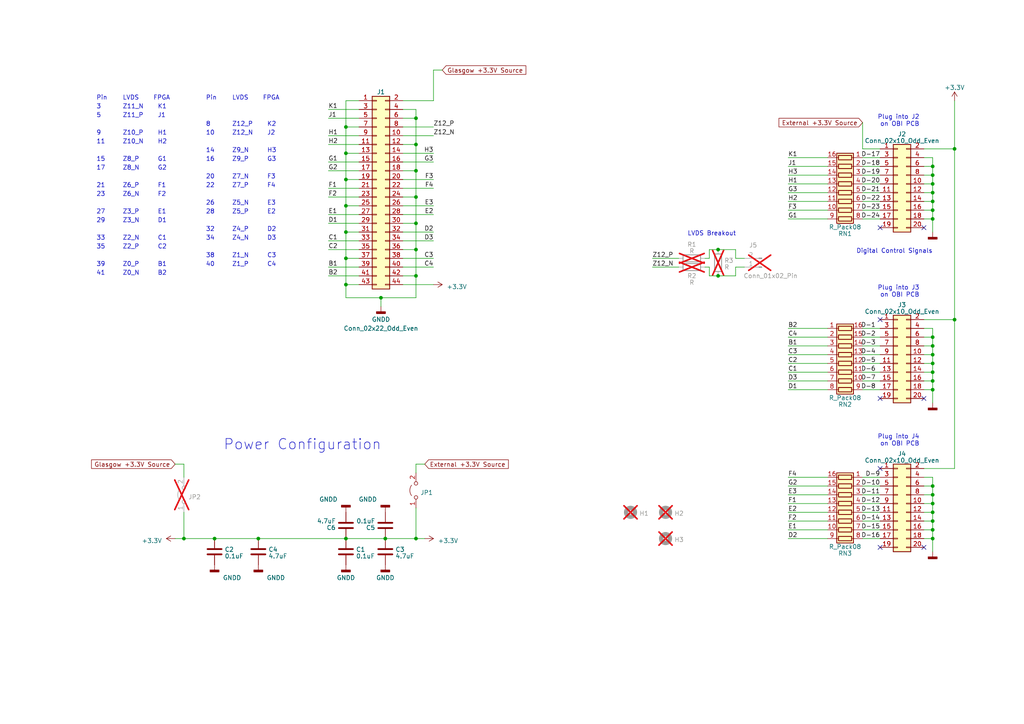
<source format=kicad_sch>
(kicad_sch (version 20231120) (generator "eeschema") (generator_version "8.0")
  (paper "A4")
  (lib_symbols
    (symbol "Connector:Conn_01x02_Pin" (pin_names (offset 1.016) hide)
      (property "Reference" "J" (at 0 2.54 0))
      (property "Value" "Conn_01x02_Pin" (at 0 -5.08 0))
      (symbol "Conn_01x02_Pin_1_1"
        (polyline (pts (xy 1.27 -2.54) (xy 0.8636 -2.54)) (stroke (width 0.1524)))
        (polyline (pts (xy 1.27 0) (xy 0.8636 0)) (stroke (width 0.1524)))
        (rectangle (start 0.8636 -2.413) (end 0 -2.667) (stroke (width 0.1524)) (fill (type outline)))
        (rectangle (start 0.8636 0.127) (end 0 -0.127) (stroke (width 0.1524)) (fill (type outline)))
        (pin passive line (at 5.08 0 180) (length 3.81) (name "Pin_1") (number "1"))
        (pin passive line (at 5.08 -2.54 180) (length 3.81) (name "Pin_2") (number "2"))
      )
    )
    (symbol "Connector_Generic:Conn_02x10_Odd_Even" (pin_names (offset 1.016) hide)
      (property "Reference" "J" (at 1.27 12.7 0))
      (property "Value" "Conn_02x10_Odd_Even" (at 1.27 -15.24 0))
      (symbol "Conn_02x10_Odd_Even_1_1"
        (rectangle (start -1.27 -12.573) (end 0 -12.827) (stroke (width 0.1524)))
        (rectangle (start -1.27 -10.033) (end 0 -10.287) (stroke (width 0.1524)))
        (rectangle (start -1.27 -7.493) (end 0 -7.747) (stroke (width 0.1524)))
        (rectangle (start -1.27 -4.953) (end 0 -5.207) (stroke (width 0.1524)))
        (rectangle (start -1.27 -2.413) (end 0 -2.667) (stroke (width 0.1524)))
        (rectangle (start -1.27 0.127) (end 0 -0.127) (stroke (width 0.1524)))
        (rectangle (start -1.27 2.667) (end 0 2.413) (stroke (width 0.1524)))
        (rectangle (start -1.27 5.207) (end 0 4.953) (stroke (width 0.1524)))
        (rectangle (start -1.27 7.747) (end 0 7.493) (stroke (width 0.1524)))
        (rectangle (start -1.27 10.287) (end 0 10.033) (stroke (width 0.1524)))
        (rectangle (start -1.27 11.43) (end 3.81 -13.97) (stroke (width 0.254)) (fill (type background)))
        (rectangle (start 3.81 -12.573) (end 2.54 -12.827) (stroke (width 0.1524)))
        (rectangle (start 3.81 -10.033) (end 2.54 -10.287) (stroke (width 0.1524)))
        (rectangle (start 3.81 -7.493) (end 2.54 -7.747) (stroke (width 0.1524)))
        (rectangle (start 3.81 -4.953) (end 2.54 -5.207) (stroke (width 0.1524)))
        (rectangle (start 3.81 -2.413) (end 2.54 -2.667) (stroke (width 0.1524)))
        (rectangle (start 3.81 0.127) (end 2.54 -0.127) (stroke (width 0.1524)))
        (rectangle (start 3.81 2.667) (end 2.54 2.413) (stroke (width 0.1524)))
        (rectangle (start 3.81 5.207) (end 2.54 4.953) (stroke (width 0.1524)))
        (rectangle (start 3.81 7.747) (end 2.54 7.493) (stroke (width 0.1524)))
        (rectangle (start 3.81 10.287) (end 2.54 10.033) (stroke (width 0.1524)))
        (pin passive line (at -5.08 10.16 0) (length 3.81) (name "Pin_1") (number "1"))
        (pin passive line (at 7.62 0 180) (length 3.81) (name "Pin_10") (number "10"))
        (pin passive line (at -5.08 -2.54 0) (length 3.81) (name "Pin_11") (number "11"))
        (pin passive line (at 7.62 -2.54 180) (length 3.81) (name "Pin_12") (number "12"))
        (pin passive line (at -5.08 -5.08 0) (length 3.81) (name "Pin_13") (number "13"))
        (pin passive line (at 7.62 -5.08 180) (length 3.81) (name "Pin_14") (number "14"))
        (pin passive line (at -5.08 -7.62 0) (length 3.81) (name "Pin_15") (number "15"))
        (pin passive line (at 7.62 -7.62 180) (length 3.81) (name "Pin_16") (number "16"))
        (pin passive line (at -5.08 -10.16 0) (length 3.81) (name "Pin_17") (number "17"))
        (pin passive line (at 7.62 -10.16 180) (length 3.81) (name "Pin_18") (number "18"))
        (pin passive line (at -5.08 -12.7 0) (length 3.81) (name "Pin_19") (number "19"))
        (pin passive line (at 7.62 10.16 180) (length 3.81) (name "Pin_2") (number "2"))
        (pin passive line (at 7.62 -12.7 180) (length 3.81) (name "Pin_20") (number "20"))
        (pin passive line (at -5.08 7.62 0) (length 3.81) (name "Pin_3") (number "3"))
        (pin passive line (at 7.62 7.62 180) (length 3.81) (name "Pin_4") (number "4"))
        (pin passive line (at -5.08 5.08 0) (length 3.81) (name "Pin_5") (number "5"))
        (pin passive line (at 7.62 5.08 180) (length 3.81) (name "Pin_6") (number "6"))
        (pin passive line (at -5.08 2.54 0) (length 3.81) (name "Pin_7") (number "7"))
        (pin passive line (at 7.62 2.54 180) (length 3.81) (name "Pin_8") (number "8"))
        (pin passive line (at -5.08 0 0) (length 3.81) (name "Pin_9") (number "9"))
      )
    )
    (symbol "Connector_Generic:Conn_02x22_Odd_Even" (pin_names (offset 1.016) hide)
      (property "Reference" "J" (at 1.27 27.94 0))
      (property "Value" "Conn_02x22_Odd_Even" (at 1.27 -30.48 0))
      (symbol "Conn_02x22_Odd_Even_1_1"
        (rectangle (start -1.27 -27.813) (end 0 -28.067) (stroke (width 0.1524)))
        (rectangle (start -1.27 -25.273) (end 0 -25.527) (stroke (width 0.1524)))
        (rectangle (start -1.27 -22.733) (end 0 -22.987) (stroke (width 0.1524)))
        (rectangle (start -1.27 -20.193) (end 0 -20.447) (stroke (width 0.1524)))
        (rectangle (start -1.27 -17.653) (end 0 -17.907) (stroke (width 0.1524)))
        (rectangle (start -1.27 -15.113) (end 0 -15.367) (stroke (width 0.1524)))
        (rectangle (start -1.27 -12.573) (end 0 -12.827) (stroke (width 0.1524)))
        (rectangle (start -1.27 -10.033) (end 0 -10.287) (stroke (width 0.1524)))
        (rectangle (start -1.27 -7.493) (end 0 -7.747) (stroke (width 0.1524)))
        (rectangle (start -1.27 -4.953) (end 0 -5.207) (stroke (width 0.1524)))
        (rectangle (start -1.27 -2.413) (end 0 -2.667) (stroke (width 0.1524)))
        (rectangle (start -1.27 0.127) (end 0 -0.127) (stroke (width 0.1524)))
        (rectangle (start -1.27 2.667) (end 0 2.413) (stroke (width 0.1524)))
        (rectangle (start -1.27 5.207) (end 0 4.953) (stroke (width 0.1524)))
        (rectangle (start -1.27 7.747) (end 0 7.493) (stroke (width 0.1524)))
        (rectangle (start -1.27 10.287) (end 0 10.033) (stroke (width 0.1524)))
        (rectangle (start -1.27 12.827) (end 0 12.573) (stroke (width 0.1524)))
        (rectangle (start -1.27 15.367) (end 0 15.113) (stroke (width 0.1524)))
        (rectangle (start -1.27 17.907) (end 0 17.653) (stroke (width 0.1524)))
        (rectangle (start -1.27 20.447) (end 0 20.193) (stroke (width 0.1524)))
        (rectangle (start -1.27 22.987) (end 0 22.733) (stroke (width 0.1524)))
        (rectangle (start -1.27 25.527) (end 0 25.273) (stroke (width 0.1524)))
        (rectangle (start -1.27 26.67) (end 3.81 -29.21) (stroke (width 0.254)) (fill (type background)))
        (rectangle (start 3.81 -27.813) (end 2.54 -28.067) (stroke (width 0.1524)))
        (rectangle (start 3.81 -25.273) (end 2.54 -25.527) (stroke (width 0.1524)))
        (rectangle (start 3.81 -22.733) (end 2.54 -22.987) (stroke (width 0.1524)))
        (rectangle (start 3.81 -20.193) (end 2.54 -20.447) (stroke (width 0.1524)))
        (rectangle (start 3.81 -17.653) (end 2.54 -17.907) (stroke (width 0.1524)))
        (rectangle (start 3.81 -15.113) (end 2.54 -15.367) (stroke (width 0.1524)))
        (rectangle (start 3.81 -12.573) (end 2.54 -12.827) (stroke (width 0.1524)))
        (rectangle (start 3.81 -10.033) (end 2.54 -10.287) (stroke (width 0.1524)))
        (rectangle (start 3.81 -7.493) (end 2.54 -7.747) (stroke (width 0.1524)))
        (rectangle (start 3.81 -4.953) (end 2.54 -5.207) (stroke (width 0.1524)))
        (rectangle (start 3.81 -2.413) (end 2.54 -2.667) (stroke (width 0.1524)))
        (rectangle (start 3.81 0.127) (end 2.54 -0.127) (stroke (width 0.1524)))
        (rectangle (start 3.81 2.667) (end 2.54 2.413) (stroke (width 0.1524)))
        (rectangle (start 3.81 5.207) (end 2.54 4.953) (stroke (width 0.1524)))
        (rectangle (start 3.81 7.747) (end 2.54 7.493) (stroke (width 0.1524)))
        (rectangle (start 3.81 10.287) (end 2.54 10.033) (stroke (width 0.1524)))
        (rectangle (start 3.81 12.827) (end 2.54 12.573) (stroke (width 0.1524)))
        (rectangle (start 3.81 15.367) (end 2.54 15.113) (stroke (width 0.1524)))
        (rectangle (start 3.81 17.907) (end 2.54 17.653) (stroke (width 0.1524)))
        (rectangle (start 3.81 20.447) (end 2.54 20.193) (stroke (width 0.1524)))
        (rectangle (start 3.81 22.987) (end 2.54 22.733) (stroke (width 0.1524)))
        (rectangle (start 3.81 25.527) (end 2.54 25.273) (stroke (width 0.1524)))
        (pin passive line (at -5.08 25.4 0) (length 3.81) (name "Pin_1") (number "1"))
        (pin passive line (at 7.62 15.24 180) (length 3.81) (name "Pin_10") (number "10"))
        (pin passive line (at -5.08 12.7 0) (length 3.81) (name "Pin_11") (number "11"))
        (pin passive line (at 7.62 12.7 180) (length 3.81) (name "Pin_12") (number "12"))
        (pin passive line (at -5.08 10.16 0) (length 3.81) (name "Pin_13") (number "13"))
        (pin passive line (at 7.62 10.16 180) (length 3.81) (name "Pin_14") (number "14"))
        (pin passive line (at -5.08 7.62 0) (length 3.81) (name "Pin_15") (number "15"))
        (pin passive line (at 7.62 7.62 180) (length 3.81) (name "Pin_16") (number "16"))
        (pin passive line (at -5.08 5.08 0) (length 3.81) (name "Pin_17") (number "17"))
        (pin passive line (at 7.62 5.08 180) (length 3.81) (name "Pin_18") (number "18"))
        (pin passive line (at -5.08 2.54 0) (length 3.81) (name "Pin_19") (number "19"))
        (pin passive line (at 7.62 25.4 180) (length 3.81) (name "Pin_2") (number "2"))
        (pin passive line (at 7.62 2.54 180) (length 3.81) (name "Pin_20") (number "20"))
        (pin passive line (at -5.08 0 0) (length 3.81) (name "Pin_21") (number "21"))
        (pin passive line (at 7.62 0 180) (length 3.81) (name "Pin_22") (number "22"))
        (pin passive line (at -5.08 -2.54 0) (length 3.81) (name "Pin_23") (number "23"))
        (pin passive line (at 7.62 -2.54 180) (length 3.81) (name "Pin_24") (number "24"))
        (pin passive line (at -5.08 -5.08 0) (length 3.81) (name "Pin_25") (number "25"))
        (pin passive line (at 7.62 -5.08 180) (length 3.81) (name "Pin_26") (number "26"))
        (pin passive line (at -5.08 -7.62 0) (length 3.81) (name "Pin_27") (number "27"))
        (pin passive line (at 7.62 -7.62 180) (length 3.81) (name "Pin_28") (number "28"))
        (pin passive line (at -5.08 -10.16 0) (length 3.81) (name "Pin_29") (number "29"))
        (pin passive line (at -5.08 22.86 0) (length 3.81) (name "Pin_3") (number "3"))
        (pin passive line (at 7.62 -10.16 180) (length 3.81) (name "Pin_30") (number "30"))
        (pin passive line (at -5.08 -12.7 0) (length 3.81) (name "Pin_31") (number "31"))
        (pin passive line (at 7.62 -12.7 180) (length 3.81) (name "Pin_32") (number "32"))
        (pin passive line (at -5.08 -15.24 0) (length 3.81) (name "Pin_33") (number "33"))
        (pin passive line (at 7.62 -15.24 180) (length 3.81) (name "Pin_34") (number "34"))
        (pin passive line (at -5.08 -17.78 0) (length 3.81) (name "Pin_35") (number "35"))
        (pin passive line (at 7.62 -17.78 180) (length 3.81) (name "Pin_36") (number "36"))
        (pin passive line (at -5.08 -20.32 0) (length 3.81) (name "Pin_37") (number "37"))
        (pin passive line (at 7.62 -20.32 180) (length 3.81) (name "Pin_38") (number "38"))
        (pin passive line (at -5.08 -22.86 0) (length 3.81) (name "Pin_39") (number "39"))
        (pin passive line (at 7.62 22.86 180) (length 3.81) (name "Pin_4") (number "4"))
        (pin passive line (at 7.62 -22.86 180) (length 3.81) (name "Pin_40") (number "40"))
        (pin passive line (at -5.08 -25.4 0) (length 3.81) (name "Pin_41") (number "41"))
        (pin passive line (at 7.62 -25.4 180) (length 3.81) (name "Pin_42") (number "42"))
        (pin passive line (at -5.08 -27.94 0) (length 3.81) (name "Pin_43") (number "43"))
        (pin passive line (at 7.62 -27.94 180) (length 3.81) (name "Pin_44") (number "44"))
        (pin passive line (at -5.08 20.32 0) (length 3.81) (name "Pin_5") (number "5"))
        (pin passive line (at 7.62 20.32 180) (length 3.81) (name "Pin_6") (number "6"))
        (pin passive line (at -5.08 17.78 0) (length 3.81) (name "Pin_7") (number "7"))
        (pin passive line (at 7.62 17.78 180) (length 3.81) (name "Pin_8") (number "8"))
        (pin passive line (at -5.08 15.24 0) (length 3.81) (name "Pin_9") (number "9"))
      )
    )
    (symbol "Device:C" (pin_numbers hide) (pin_names (offset 0.254))
      (property "Reference" "C" (at 0.635 2.54 0))
      (property "Value" "C" (at 0.635 -2.54 0))
      (symbol "C_0_1"
        (polyline (pts (xy -2.032 -0.762) (xy 2.032 -0.762)) (stroke (width 0.508)))
        (polyline (pts (xy -2.032 0.762) (xy 2.032 0.762)) (stroke (width 0.508)))
      )
      (symbol "C_1_1"
        (pin passive line (at 0 3.81 270) (length 2.794) (name "~") (number "1"))
        (pin passive line (at 0 -3.81 90) (length 2.794) (name "~") (number "2"))
      )
    )
    (symbol "Device:R" (pin_numbers hide) (pin_names (offset 0))
      (property "Reference" "R" (at 2.032 0 90))
      (property "Value" "R" (at 0 0 90))
      (symbol "R_0_1"
        (rectangle (start -1.016 -2.54) (end 1.016 2.54) (stroke (width 0.254)))
      )
      (symbol "R_1_1"
        (pin passive line (at 0 3.81 270) (length 1.27) (name "~") (number "1"))
        (pin passive line (at 0 -3.81 90) (length 1.27) (name "~") (number "2"))
      )
    )
    (symbol "Device:R_Pack08" (pin_names (offset 0) hide)
      (property "Reference" "RN" (at -12.7 0 90))
      (property "Value" "R_Pack08" (at 10.16 0 90))
      (symbol "R_Pack08_0_1"
        (rectangle (start -11.43 -2.413) (end 8.89 2.413) (stroke (width 0.254)) (fill (type background)))
        (rectangle (start -10.795 1.905) (end -9.525 -1.905) (stroke (width 0.254)))
        (rectangle (start -8.255 1.905) (end -6.985 -1.905) (stroke (width 0.254)))
        (rectangle (start -5.715 1.905) (end -4.445 -1.905) (stroke (width 0.254)))
        (rectangle (start -3.175 1.905) (end -1.905 -1.905) (stroke (width 0.254)))
        (rectangle (start -0.635 1.905) (end 0.635 -1.905) (stroke (width 0.254)))
        (polyline (pts (xy -10.16 -2.54) (xy -10.16 -1.905)))
        (polyline (pts (xy -10.16 1.905) (xy -10.16 2.54)))
        (polyline (pts (xy -7.62 -2.54) (xy -7.62 -1.905)))
        (polyline (pts (xy -7.62 1.905) (xy -7.62 2.54)))
        (polyline (pts (xy -5.08 -2.54) (xy -5.08 -1.905)))
        (polyline (pts (xy -5.08 1.905) (xy -5.08 2.54)))
        (polyline (pts (xy -2.54 -2.54) (xy -2.54 -1.905)))
        (polyline (pts (xy -2.54 1.905) (xy -2.54 2.54)))
        (polyline (pts (xy 0 -2.54) (xy 0 -1.905)))
        (polyline (pts (xy 0 1.905) (xy 0 2.54)))
        (polyline (pts (xy 2.54 -2.54) (xy 2.54 -1.905)))
        (polyline (pts (xy 2.54 1.905) (xy 2.54 2.54)))
        (polyline (pts (xy 5.08 -2.54) (xy 5.08 -1.905)))
        (polyline (pts (xy 5.08 1.905) (xy 5.08 2.54)))
        (polyline (pts (xy 7.62 -2.54) (xy 7.62 -1.905)))
        (polyline (pts (xy 7.62 1.905) (xy 7.62 2.54)))
        (rectangle (start 1.905 1.905) (end 3.175 -1.905) (stroke (width 0.254)))
        (rectangle (start 4.445 1.905) (end 5.715 -1.905) (stroke (width 0.254)))
        (rectangle (start 6.985 1.905) (end 8.255 -1.905) (stroke (width 0.254)))
      )
      (symbol "R_Pack08_1_1"
        (pin passive line (at -10.16 -5.08 90) (length 2.54) (name "R1.1") (number "1"))
        (pin passive line (at 5.08 5.08 270) (length 2.54) (name "R7.2") (number "10"))
        (pin passive line (at 2.54 5.08 270) (length 2.54) (name "R6.2") (number "11"))
        (pin passive line (at 0 5.08 270) (length 2.54) (name "R5.2") (number "12"))
        (pin passive line (at -2.54 5.08 270) (length 2.54) (name "R4.2") (number "13"))
        (pin passive line (at -5.08 5.08 270) (length 2.54) (name "R3.2") (number "14"))
        (pin passive line (at -7.62 5.08 270) (length 2.54) (name "R2.2") (number "15"))
        (pin passive line (at -10.16 5.08 270) (length 2.54) (name "R1.2") (number "16"))
        (pin passive line (at -7.62 -5.08 90) (length 2.54) (name "R2.1") (number "2"))
        (pin passive line (at -5.08 -5.08 90) (length 2.54) (name "R3.1") (number "3"))
        (pin passive line (at -2.54 -5.08 90) (length 2.54) (name "R4.1") (number "4"))
        (pin passive line (at 0 -5.08 90) (length 2.54) (name "R5.1") (number "5"))
        (pin passive line (at 2.54 -5.08 90) (length 2.54) (name "R6.1") (number "6"))
        (pin passive line (at 5.08 -5.08 90) (length 2.54) (name "R7.1") (number "7"))
        (pin passive line (at 7.62 -5.08 90) (length 2.54) (name "R8.1") (number "8"))
        (pin passive line (at 7.62 5.08 270) (length 2.54) (name "R8.2") (number "9"))
      )
    )
    (symbol "Jumper:Jumper_2_Open" (pin_names (offset 0) hide)
      (property "Reference" "JP" (at 0 2.794 0))
      (property "Value" "Jumper_2_Open" (at 0 -2.286 0))
      (symbol "Jumper_2_Open_0_0"
        (circle (center -2.032 0) (radius 0.508))
        (circle (center 2.032 0) (radius 0.508))
      )
      (symbol "Jumper_2_Open_0_1"
        (arc (start 1.524 1.27) (mid 0 1.778) (end -1.524 1.27))
      )
      (symbol "Jumper_2_Open_1_1"
        (pin passive line (at -5.08 0 0) (length 2.54) (name "A") (number "1"))
        (pin passive line (at 5.08 0 180) (length 2.54) (name "B") (number "2"))
      )
    )
    (symbol "Mechanical:MountingHole" (pin_names (offset 1.016))
      (property "Reference" "H" (at 0 5.08 0))
      (property "Value" "MountingHole" (at 0 3.175 0))
      (symbol "MountingHole_0_1"
        (circle (center 0 0) (radius 1.27) (stroke (width 1.27)))
      )
    )
    (symbol "power:+3.3V" (power) (pin_names (offset 0))
      (property "Value" "+3.3V" (at 0 3.556 0))
      (symbol "+3.3V_0_1"
        (polyline (pts (xy -0.762 1.27) (xy 0 2.54)))
        (polyline (pts (xy 0 0) (xy 0 2.54)))
        (polyline (pts (xy 0 2.54) (xy 0.762 1.27)))
      )
      (symbol "+3.3V_1_1"
        (pin power_in line (at 0 0 90) (length 0) hide (name "+3.3V") (number "1"))
      )
    )
    (symbol "power:GNDD" (power) (pin_names (offset 0))
      (property "Value" "GNDD" (at 0 -3.175 0))
      (symbol "GNDD_0_1"
        (rectangle (start -1.27 -1.524) (end 1.27 -2.032) (stroke (width 0.254)) (fill (type outline)))
        (polyline (pts (xy 0 0) (xy 0 -1.524)))
      )
      (symbol "GNDD_1_1"
        (pin power_in line (at 0 0 270) (length 0) hide (name "GNDD") (number "1"))
      )
    )
  )
  (junction (at 270.51 100.33))
  (junction (at 270.51 151.13))
  (junction (at 100.33 74.93))
  (junction (at 100.33 82.55))
  (junction (at 270.51 110.49))
  (junction (at 270.51 143.51))
  (junction (at 208.28 80.01))
  (junction (at 270.51 48.26))
  (junction (at 100.33 52.07))
  (junction (at 120.65 41.91))
  (junction (at 111.76 156.21))
  (junction (at 270.51 153.67))
  (junction (at 270.51 113.03))
  (junction (at 270.51 58.42))
  (junction (at 270.51 148.59))
  (junction (at 100.33 156.21))
  (junction (at 120.65 57.15))
  (junction (at 120.65 72.39))
  (junction (at 270.51 102.87))
  (junction (at 270.51 55.88))
  (junction (at 62.23 156.21))
  (junction (at 270.51 50.8))
  (junction (at 276.86 43.18))
  (junction (at 270.51 53.34))
  (junction (at 270.51 60.96))
  (junction (at 100.33 67.31))
  (junction (at 208.28 72.39))
  (junction (at 276.86 92.71))
  (junction (at 110.49 86.36))
  (junction (at 100.33 36.83))
  (junction (at 120.65 156.21))
  (junction (at 270.51 107.95))
  (junction (at 270.51 140.97))
  (junction (at 270.51 63.5))
  (junction (at 100.33 44.45))
  (junction (at 270.51 146.05))
  (junction (at 74.93 156.21))
  (junction (at 270.51 105.41))
  (junction (at 120.65 80.01))
  (junction (at 270.51 97.79))
  (junction (at 120.65 64.77))
  (junction (at 120.65 49.53))
  (junction (at 120.65 34.29))
  (junction (at 53.34 156.21))
  (junction (at 100.33 59.69))
  (junction (at 270.51 156.21))
  (no_connect (at 255.27 66.04))
  (no_connect (at 255.27 158.75))
  (no_connect (at 267.97 115.57))
  (no_connect (at 267.97 158.75))
  (no_connect (at 255.27 115.57))
  (no_connect (at 255.27 92.71))
  (no_connect (at 255.27 135.89))
  (no_connect (at 267.97 66.04))
  (wire (pts (xy 125.73 36.83) (xy 116.84 36.83)))
  (wire (pts (xy 104.14 29.21) (xy 100.33 29.21)))
  (wire (pts (xy 215.9 77.47) (xy 213.36 77.47)))
  (wire (pts (xy 120.65 134.62) (xy 123.19 134.62)))
  (wire (pts (xy 213.36 74.93) (xy 215.9 74.93)))
  (wire (pts (xy 250.19 43.18) (xy 255.27 43.18)))
  (wire (pts (xy 240.03 58.42) (xy 228.6 58.42)))
  (wire (pts (xy 100.33 44.45) (xy 104.14 44.45)))
  (wire (pts (xy 270.51 55.88) (xy 270.51 58.42)))
  (wire (pts (xy 270.51 60.96) (xy 270.51 63.5)))
  (wire (pts (xy 276.86 92.71) (xy 276.86 43.18)))
  (wire (pts (xy 116.84 49.53) (xy 120.65 49.53)))
  (wire (pts (xy 125.73 46.99) (xy 116.84 46.99)))
  (wire (pts (xy 189.23 74.93) (xy 196.85 74.93)))
  (wire (pts (xy 250.19 148.59) (xy 255.27 148.59)))
  (wire (pts (xy 250.19 50.8) (xy 255.27 50.8)))
  (wire (pts (xy 228.6 148.59) (xy 240.03 148.59)))
  (wire (pts (xy 228.6 140.97) (xy 240.03 140.97)))
  (wire (pts (xy 213.36 77.47) (xy 213.36 80.01)))
  (wire (pts (xy 250.19 110.49) (xy 255.27 110.49)))
  (wire (pts (xy 270.51 140.97) (xy 270.51 143.51)))
  (wire (pts (xy 125.73 54.61) (xy 116.84 54.61)))
  (wire (pts (xy 110.49 86.36) (xy 120.65 86.36)))
  (wire (pts (xy 100.33 67.31) (xy 104.14 67.31)))
  (wire (pts (xy 95.25 31.75) (xy 104.14 31.75)))
  (wire (pts (xy 116.84 57.15) (xy 120.65 57.15)))
  (wire (pts (xy 270.51 50.8) (xy 270.51 53.34)))
  (wire (pts (xy 270.51 100.33) (xy 270.51 102.87)))
  (wire (pts (xy 95.25 39.37) (xy 104.14 39.37)))
  (wire (pts (xy 208.28 80.01) (xy 213.36 80.01)))
  (wire (pts (xy 53.34 134.62) (xy 50.8 134.62)))
  (wire (pts (xy 267.97 43.18) (xy 276.86 43.18)))
  (wire (pts (xy 267.97 138.43) (xy 270.51 138.43)))
  (wire (pts (xy 267.97 95.25) (xy 270.51 95.25)))
  (wire (pts (xy 125.73 44.45) (xy 116.84 44.45)))
  (wire (pts (xy 205.74 77.47) (xy 205.74 80.01)))
  (wire (pts (xy 270.51 105.41) (xy 270.51 107.95)))
  (wire (pts (xy 125.73 69.85) (xy 116.84 69.85)))
  (wire (pts (xy 120.65 31.75) (xy 120.65 34.29)))
  (wire (pts (xy 250.19 146.05) (xy 255.27 146.05)))
  (wire (pts (xy 270.51 102.87) (xy 270.51 105.41)))
  (wire (pts (xy 53.34 148.59) (xy 53.34 156.21)))
  (wire (pts (xy 95.25 64.77) (xy 104.14 64.77)))
  (wire (pts (xy 276.86 135.89) (xy 276.86 92.71)))
  (wire (pts (xy 270.51 97.79) (xy 267.97 97.79)))
  (wire (pts (xy 250.19 100.33) (xy 255.27 100.33)))
  (wire (pts (xy 120.65 72.39) (xy 120.65 64.77)))
  (wire (pts (xy 240.03 105.41) (xy 228.6 105.41)))
  (wire (pts (xy 240.03 110.49) (xy 228.6 110.49)))
  (wire (pts (xy 125.73 62.23) (xy 116.84 62.23)))
  (wire (pts (xy 116.84 31.75) (xy 120.65 31.75)))
  (wire (pts (xy 250.19 63.5) (xy 255.27 63.5)))
  (wire (pts (xy 270.51 97.79) (xy 270.51 100.33)))
  (wire (pts (xy 240.03 53.34) (xy 228.6 53.34)))
  (wire (pts (xy 120.65 80.01) (xy 120.65 72.39)))
  (wire (pts (xy 250.19 113.03) (xy 255.27 113.03)))
  (wire (pts (xy 116.84 34.29) (xy 120.65 34.29)))
  (wire (pts (xy 125.73 39.37) (xy 116.84 39.37)))
  (wire (pts (xy 267.97 113.03) (xy 270.51 113.03)))
  (wire (pts (xy 270.51 151.13) (xy 267.97 151.13)))
  (wire (pts (xy 270.51 146.05) (xy 267.97 146.05)))
  (wire (pts (xy 270.51 45.72) (xy 270.51 48.26)))
  (wire (pts (xy 116.84 29.21) (xy 125.73 29.21)))
  (wire (pts (xy 270.51 143.51) (xy 270.51 146.05)))
  (wire (pts (xy 205.74 74.93) (xy 205.74 72.39)))
  (wire (pts (xy 270.51 153.67) (xy 270.51 156.21)))
  (wire (pts (xy 250.19 102.87) (xy 255.27 102.87)))
  (wire (pts (xy 270.51 63.5) (xy 270.51 67.31)))
  (wire (pts (xy 270.51 143.51) (xy 267.97 143.51)))
  (wire (pts (xy 95.25 46.99) (xy 104.14 46.99)))
  (wire (pts (xy 270.51 50.8) (xy 267.97 50.8)))
  (wire (pts (xy 270.51 148.59) (xy 267.97 148.59)))
  (wire (pts (xy 100.33 156.21) (xy 111.76 156.21)))
  (wire (pts (xy 270.51 53.34) (xy 270.51 55.88)))
  (wire (pts (xy 250.19 97.79) (xy 255.27 97.79)))
  (wire (pts (xy 100.33 59.69) (xy 104.14 59.69)))
  (wire (pts (xy 240.03 50.8) (xy 228.6 50.8)))
  (wire (pts (xy 111.76 156.21) (xy 120.65 156.21)))
  (wire (pts (xy 95.25 72.39) (xy 104.14 72.39)))
  (wire (pts (xy 250.19 55.88) (xy 255.27 55.88)))
  (wire (pts (xy 100.33 59.69) (xy 100.33 67.31)))
  (wire (pts (xy 250.19 156.21) (xy 255.27 156.21)))
  (wire (pts (xy 250.19 48.26) (xy 255.27 48.26)))
  (wire (pts (xy 270.51 110.49) (xy 267.97 110.49)))
  (wire (pts (xy 125.73 77.47) (xy 116.84 77.47)))
  (wire (pts (xy 53.34 156.21) (xy 62.23 156.21)))
  (wire (pts (xy 250.19 105.41) (xy 255.27 105.41)))
  (wire (pts (xy 240.03 45.72) (xy 228.6 45.72)))
  (wire (pts (xy 240.03 55.88) (xy 228.6 55.88)))
  (wire (pts (xy 120.65 34.29) (xy 120.65 41.91)))
  (wire (pts (xy 100.33 44.45) (xy 100.33 52.07)))
  (wire (pts (xy 120.65 156.21) (xy 123.19 156.21)))
  (wire (pts (xy 250.19 60.96) (xy 255.27 60.96)))
  (wire (pts (xy 100.33 67.31) (xy 100.33 74.93)))
  (wire (pts (xy 270.51 110.49) (xy 270.51 113.03)))
  (wire (pts (xy 120.65 86.36) (xy 120.65 80.01)))
  (wire (pts (xy 110.49 86.36) (xy 110.49 88.9)))
  (wire (pts (xy 228.6 138.43) (xy 240.03 138.43)))
  (wire (pts (xy 250.19 95.25) (xy 255.27 95.25)))
  (wire (pts (xy 228.6 143.51) (xy 240.03 143.51)))
  (wire (pts (xy 95.25 62.23) (xy 104.14 62.23)))
  (wire (pts (xy 50.8 156.21) (xy 53.34 156.21)))
  (wire (pts (xy 53.34 138.43) (xy 53.34 134.62)))
  (wire (pts (xy 270.51 138.43) (xy 270.51 140.97)))
  (wire (pts (xy 116.84 72.39) (xy 120.65 72.39)))
  (wire (pts (xy 205.74 80.01) (xy 208.28 80.01)))
  (wire (pts (xy 240.03 107.95) (xy 228.6 107.95)))
  (wire (pts (xy 95.25 41.91) (xy 104.14 41.91)))
  (wire (pts (xy 228.6 156.21) (xy 240.03 156.21)))
  (wire (pts (xy 100.33 52.07) (xy 104.14 52.07)))
  (wire (pts (xy 270.51 146.05) (xy 270.51 148.59)))
  (wire (pts (xy 270.51 107.95) (xy 270.51 110.49)))
  (wire (pts (xy 100.33 82.55) (xy 100.33 86.36)))
  (wire (pts (xy 120.65 134.62) (xy 120.65 137.16)))
  (wire (pts (xy 100.33 52.07) (xy 100.33 59.69)))
  (wire (pts (xy 240.03 48.26) (xy 228.6 48.26)))
  (wire (pts (xy 125.73 67.31) (xy 116.84 67.31)))
  (wire (pts (xy 95.25 69.85) (xy 104.14 69.85)))
  (wire (pts (xy 100.33 74.93) (xy 100.33 82.55)))
  (wire (pts (xy 240.03 60.96) (xy 228.6 60.96)))
  (wire (pts (xy 250.19 140.97) (xy 255.27 140.97)))
  (wire (pts (xy 120.65 57.15) (xy 120.65 49.53)))
  (wire (pts (xy 267.97 45.72) (xy 270.51 45.72)))
  (wire (pts (xy 204.47 74.93) (xy 205.74 74.93)))
  (wire (pts (xy 125.73 74.93) (xy 116.84 74.93)))
  (wire (pts (xy 125.73 20.32) (xy 125.73 29.21)))
  (wire (pts (xy 120.65 80.01) (xy 116.84 80.01)))
  (wire (pts (xy 250.19 35.56) (xy 250.19 43.18)))
  (wire (pts (xy 276.86 43.18) (xy 276.86 29.21)))
  (wire (pts (xy 120.65 64.77) (xy 120.65 57.15)))
  (wire (pts (xy 270.51 156.21) (xy 270.51 160.02)))
  (wire (pts (xy 116.84 41.91) (xy 120.65 41.91)))
  (wire (pts (xy 250.19 107.95) (xy 255.27 107.95)))
  (wire (pts (xy 250.19 45.72) (xy 255.27 45.72)))
  (wire (pts (xy 270.51 113.03) (xy 270.51 116.84)))
  (wire (pts (xy 250.19 138.43) (xy 255.27 138.43)))
  (wire (pts (xy 270.51 48.26) (xy 267.97 48.26)))
  (wire (pts (xy 95.25 49.53) (xy 104.14 49.53)))
  (wire (pts (xy 120.65 49.53) (xy 120.65 41.91)))
  (wire (pts (xy 95.25 80.01) (xy 104.14 80.01)))
  (wire (pts (xy 100.33 36.83) (xy 100.33 44.45)))
  (wire (pts (xy 205.74 72.39) (xy 208.28 72.39)))
  (wire (pts (xy 250.19 143.51) (xy 255.27 143.51)))
  (wire (pts (xy 240.03 63.5) (xy 228.6 63.5)))
  (wire (pts (xy 240.03 102.87) (xy 228.6 102.87)))
  (wire (pts (xy 213.36 72.39) (xy 213.36 74.93)))
  (wire (pts (xy 270.51 148.59) (xy 270.51 151.13)))
  (wire (pts (xy 95.25 34.29) (xy 104.14 34.29)))
  (wire (pts (xy 125.73 52.07) (xy 116.84 52.07)))
  (wire (pts (xy 100.33 74.93) (xy 104.14 74.93)))
  (wire (pts (xy 250.19 53.34) (xy 255.27 53.34)))
  (wire (pts (xy 267.97 92.71) (xy 276.86 92.71)))
  (wire (pts (xy 95.25 77.47) (xy 104.14 77.47)))
  (wire (pts (xy 240.03 100.33) (xy 228.6 100.33)))
  (wire (pts (xy 100.33 86.36) (xy 110.49 86.36)))
  (wire (pts (xy 100.33 36.83) (xy 104.14 36.83)))
  (wire (pts (xy 125.73 59.69) (xy 116.84 59.69)))
  (wire (pts (xy 189.23 77.47) (xy 196.85 77.47)))
  (wire (pts (xy 240.03 113.03) (xy 228.6 113.03)))
  (wire (pts (xy 270.51 140.97) (xy 267.97 140.97)))
  (wire (pts (xy 250.19 58.42) (xy 255.27 58.42)))
  (wire (pts (xy 228.6 153.67) (xy 240.03 153.67)))
  (wire (pts (xy 270.51 100.33) (xy 267.97 100.33)))
  (wire (pts (xy 270.51 60.96) (xy 267.97 60.96)))
  (wire (pts (xy 270.51 58.42) (xy 267.97 58.42)))
  (wire (pts (xy 228.6 146.05) (xy 240.03 146.05)))
  (wire (pts (xy 62.23 156.21) (xy 74.93 156.21)))
  (wire (pts (xy 240.03 95.25) (xy 228.6 95.25)))
  (wire (pts (xy 116.84 82.55) (xy 125.73 82.55)))
  (wire (pts (xy 240.03 97.79) (xy 228.6 97.79)))
  (wire (pts (xy 270.51 105.41) (xy 267.97 105.41)))
  (wire (pts (xy 270.51 48.26) (xy 270.51 50.8)))
  (wire (pts (xy 128.27 20.32) (xy 125.73 20.32)))
  (wire (pts (xy 250.19 153.67) (xy 255.27 153.67)))
  (wire (pts (xy 270.51 95.25) (xy 270.51 97.79)))
  (wire (pts (xy 120.65 147.32) (xy 120.65 156.21)))
  (wire (pts (xy 100.33 82.55) (xy 104.14 82.55)))
  (wire (pts (xy 267.97 156.21) (xy 270.51 156.21)))
  (wire (pts (xy 204.47 77.47) (xy 205.74 77.47)))
  (wire (pts (xy 250.19 151.13) (xy 255.27 151.13)))
  (wire (pts (xy 267.97 63.5) (xy 270.51 63.5)))
  (wire (pts (xy 270.51 58.42) (xy 270.51 60.96)))
  (wire (pts (xy 100.33 29.21) (xy 100.33 36.83)))
  (wire (pts (xy 116.84 64.77) (xy 120.65 64.77)))
  (wire (pts (xy 267.97 135.89) (xy 276.86 135.89)))
  (wire (pts (xy 95.25 54.61) (xy 104.14 54.61)))
  (wire (pts (xy 270.51 55.88) (xy 267.97 55.88)))
  (wire (pts (xy 270.51 53.34) (xy 267.97 53.34)))
  (wire (pts (xy 228.6 151.13) (xy 240.03 151.13)))
  (wire (pts (xy 208.28 72.39) (xy 213.36 72.39)))
  (wire (pts (xy 270.51 107.95) (xy 267.97 107.95)))
  (wire (pts (xy 95.25 57.15) (xy 104.14 57.15)))
  (wire (pts (xy 270.51 153.67) (xy 267.97 153.67)))
  (wire (pts (xy 270.51 151.13) (xy 270.51 153.67)))
  (wire (pts (xy 74.93 156.21) (xy 100.33 156.21)))
  (wire (pts (xy 270.51 102.87) (xy 267.97 102.87)))
  (text "D2" (at 77.47 67.31 0) (effects (font (size 1.27 1.27)) (justify left bottom)))
  (text "Z10_P" (at 35.56 39.37 0) (effects (font (size 1.27 1.27)) (justify left bottom)))
  (text "Plug into J2\non OBI PCB" (at 266.7 36.83 0) (effects (font (size 1.27 1.27)) (justify right bottom)))
  (text "15" (at 27.94 46.99 0) (effects (font (size 1.27 1.27)) (justify left bottom)))
  (text "Z12_P" (at 67.31 36.83 0) (effects (font (size 1.27 1.27)) (justify left bottom)))
  (text "Z9_P" (at 67.31 46.99 0) (effects (font (size 1.27 1.27)) (justify left bottom)))
  (text "E1" (at 45.72 62.23 0) (effects (font (size 1.27 1.27)) (justify left bottom)))
  (text "Z12_N" (at 67.31 39.37 0) (effects (font (size 1.27 1.27)) (justify left bottom)))
  (text "14" (at 59.69 44.45 0) (effects (font (size 1.27 1.27)) (justify left bottom)))
  (text "F1" (at 45.72 54.61 0) (effects (font (size 1.27 1.27)) (justify left bottom)))
  (text "Z1_P" (at 67.31 77.47 0) (effects (font (size 1.27 1.27)) (justify left bottom)))
  (text "LVDS" (at 67.31 29.21 0) (effects (font (size 1.27 1.27)) (justify left bottom)))
  (text "Z2_N" (at 35.56 69.85 0) (effects (font (size 1.27 1.27)) (justify left bottom)))
  (text "8" (at 59.69 36.83 0) (effects (font (size 1.27 1.27)) (justify left bottom)))
  (text "Z10_N" (at 35.56 41.91 0) (effects (font (size 1.27 1.27)) (justify left bottom)))
  (text "3" (at 27.94 31.75 0) (effects (font (size 1.27 1.27)) (justify left bottom)))
  (text "Pin" (at 27.94 29.21 0) (effects (font (size 1.27 1.27)) (justify left bottom)))
  (text "Z8_N" (at 35.56 49.53 0) (effects (font (size 1.27 1.27)) (justify left bottom)))
  (text "29" (at 27.94 64.77 0) (effects (font (size 1.27 1.27)) (justify left bottom)))
  (text "B2" (at 45.72 80.01 0) (effects (font (size 1.27 1.27)) (justify left bottom)))
  (text "F4" (at 77.47 54.61 0) (effects (font (size 1.27 1.27)) (justify left bottom)))
  (text "11" (at 27.94 41.91 0) (effects (font (size 1.27 1.27)) (justify left bottom)))
  (text "LVDS Breakout" (at 199.39 68.58 0) (effects (font (size 1.27 1.27)) (justify left bottom)))
  (text "35" (at 27.94 72.39 0) (effects (font (size 1.27 1.27)) (justify left bottom)))
  (text "16" (at 59.69 46.99 0) (effects (font (size 1.27 1.27)) (justify left bottom)))
  (text "Z11_P" (at 35.56 34.29 0) (effects (font (size 1.27 1.27)) (justify left bottom)))
  (text "17" (at 27.94 49.53 0) (effects (font (size 1.27 1.27)) (justify left bottom)))
  (text "K2" (at 77.47 36.83 0) (effects (font (size 1.27 1.27)) (justify left bottom)))
  (text "Z5_N" (at 67.31 59.69 0) (effects (font (size 1.27 1.27)) (justify left bottom)))
  (text "22" (at 59.69 54.61 0) (effects (font (size 1.27 1.27)) (justify left bottom)))
  (text "C2" (at 45.72 72.39 0) (effects (font (size 1.27 1.27)) (justify left bottom)))
  (text "FPGA" (at 76.2 29.21 0) (effects (font (size 1.27 1.27)) (justify left bottom)))
  (text "LVDS" (at 35.56 29.21 0) (effects (font (size 1.27 1.27)) (justify left bottom)))
  (text "B1" (at 45.72 77.47 0) (effects (font (size 1.27 1.27)) (justify left bottom)))
  (text "Digital Control Signals" (at 270.51 73.66 0) (effects (font (size 1.27 1.27)) (justify right bottom)))
  (text "Z3_N" (at 35.56 64.77 0) (effects (font (size 1.27 1.27)) (justify left bottom)))
  (text "C3" (at 77.47 74.93 0) (effects (font (size 1.27 1.27)) (justify left bottom)))
  (text "F2" (at 45.72 57.15 0) (effects (font (size 1.27 1.27)) (justify left bottom)))
  (text "Z6_P" (at 35.56 54.61 0) (effects (font (size 1.27 1.27)) (justify left bottom)))
  (text "Power Configuration" (at 64.77 130.81 0) (effects (font (size 3 3)) (justify left bottom)))
  (text "33" (at 27.94 69.85 0) (effects (font (size 1.27 1.27)) (justify left bottom)))
  (text "Z2_P" (at 35.56 72.39 0) (effects (font (size 1.27 1.27)) (justify left bottom)))
  (text "40" (at 59.69 77.47 0) (effects (font (size 1.27 1.27)) (justify left bottom)))
  (text "Z3_P" (at 35.56 62.23 0) (effects (font (size 1.27 1.27)) (justify left bottom)))
  (text "Z7_N" (at 67.31 52.07 0) (effects (font (size 1.27 1.27)) (justify left bottom)))
  (text "32" (at 59.69 67.31 0) (effects (font (size 1.27 1.27)) (justify left bottom)))
  (text "J1" (at 45.72 34.29 0) (effects (font (size 1.27 1.27)) (justify left bottom)))
  (text "E2" (at 77.47 62.23 0) (effects (font (size 1.27 1.27)) (justify left bottom)))
  (text "D3" (at 77.47 69.85 0) (effects (font (size 1.27 1.27)) (justify left bottom)))
  (text "Z0_N" (at 35.56 80.01 0) (effects (font (size 1.27 1.27)) (justify left bottom)))
  (text "Z6_N" (at 35.56 57.15 0) (effects (font (size 1.27 1.27)) (justify left bottom)))
  (text "27" (at 27.94 62.23 0) (effects (font (size 1.27 1.27)) (justify left bottom)))
  (text "G1" (at 45.72 46.99 0) (effects (font (size 1.27 1.27)) (justify left bottom)))
  (text "39" (at 27.94 77.47 0) (effects (font (size 1.27 1.27)) (justify left bottom)))
  (text "E3" (at 77.47 59.69 0) (effects (font (size 1.27 1.27)) (justify left bottom)))
  (text "Z5_P" (at 67.31 62.23 0) (effects (font (size 1.27 1.27)) (justify left bottom)))
  (text "H3" (at 77.47 44.45 0) (effects (font (size 1.27 1.27)) (justify left bottom)))
  (text "Z0_P" (at 35.56 77.47 0) (effects (font (size 1.27 1.27)) (justify left bottom)))
  (text "Plug into J4\non OBI PCB" (at 266.7 129.54 0) (effects (font (size 1.27 1.27)) (justify right bottom)))
  (text "K1" (at 45.72 31.75 0) (effects (font (size 1.27 1.27)) (justify left bottom)))
  (text "J2" (at 77.47 39.37 0) (effects (font (size 1.27 1.27)) (justify left bottom)))
  (text "21" (at 27.94 54.61 0) (effects (font (size 1.27 1.27)) (justify left bottom)))
  (text "28" (at 59.69 62.23 0) (effects (font (size 1.27 1.27)) (justify left bottom)))
  (text "Z9_N" (at 67.31 44.45 0) (effects (font (size 1.27 1.27)) (justify left bottom)))
  (text "FPGA" (at 44.45 29.21 0) (effects (font (size 1.27 1.27)) (justify left bottom)))
  (text "20" (at 59.69 52.07 0) (effects (font (size 1.27 1.27)) (justify left bottom)))
  (text "C4" (at 77.47 77.47 0) (effects (font (size 1.27 1.27)) (justify left bottom)))
  (text "34" (at 59.69 69.85 0) (effects (font (size 1.27 1.27)) (justify left bottom)))
  (text "38" (at 59.69 74.93 0) (effects (font (size 1.27 1.27)) (justify left bottom)))
  (text "41" (at 27.94 80.01 0) (effects (font (size 1.27 1.27)) (justify left bottom)))
  (text "F3" (at 77.47 52.07 0) (effects (font (size 1.27 1.27)) (justify left bottom)))
  (text "Z11_N" (at 35.56 31.75 0) (effects (font (size 1.27 1.27)) (justify left bottom)))
  (text "G3" (at 77.47 46.99 0) (effects (font (size 1.27 1.27)) (justify left bottom)))
  (text "G2" (at 45.72 49.53 0) (effects (font (size 1.27 1.27)) (justify left bottom)))
  (text "23" (at 27.94 57.15 0) (effects (font (size 1.27 1.27)) (justify left bottom)))
  (text "C1" (at 45.72 69.85 0) (effects (font (size 1.27 1.27)) (justify left bottom)))
  (text "10" (at 59.69 39.37 0) (effects (font (size 1.27 1.27)) (justify left bottom)))
  (text "Z7_P" (at 67.31 54.61 0) (effects (font (size 1.27 1.27)) (justify left bottom)))
  (text "Pin" (at 59.69 29.21 0) (effects (font (size 1.27 1.27)) (justify left bottom)))
  (text "H2" (at 45.72 41.91 0) (effects (font (size 1.27 1.27)) (justify left bottom)))
  (text "26" (at 59.69 59.69 0) (effects (font (size 1.27 1.27)) (justify left bottom)))
  (text "9" (at 27.94 39.37 0) (effects (font (size 1.27 1.27)) (justify left bottom)))
  (text "H1" (at 45.72 39.37 0) (effects (font (size 1.27 1.27)) (justify left bottom)))
  (text "Z4_N" (at 67.31 69.85 0) (effects (font (size 1.27 1.27)) (justify left bottom)))
  (text "Plug into J3\non OBI PCB" (at 266.7 86.36 0) (effects (font (size 1.27 1.27)) (justify right bottom)))
  (text "D1" (at 45.72 64.77 0) (effects (font (size 1.27 1.27)) (justify left bottom)))
  (text "Z1_N" (at 67.31 74.93 0) (effects (font (size 1.27 1.27)) (justify left bottom)))
  (text "5" (at 27.94 34.29 0) (effects (font (size 1.27 1.27)) (justify left bottom)))
  (text "Z8_P" (at 35.56 46.99 0) (effects (font (size 1.27 1.27)) (justify left bottom)))
  (text "Z4_P" (at 67.31 67.31 0) (effects (font (size 1.27 1.27)) (justify left bottom)))
  (label "E3" (at 125.73 59.69 180))
  (label "D-23" (at 255.27 60.96 180))
  (label "F2" (at 95.25 57.15 0))
  (label "F3" (at 125.73 52.07 180))
  (label "D-13" (at 255.27 148.59 180))
  (label "G3" (at 125.73 46.99 180))
  (label "G2" (at 95.25 49.53 0))
  (label "C3" (at 125.73 74.93 180))
  (label "D-8" (at 254 113.03 180))
  (label "D-24" (at 255.27 63.5 180))
  (label "D-20" (at 255.27 53.34 180))
  (label "G1" (at 95.25 46.99 0))
  (label "J1" (at 228.6 48.26 0))
  (label "D-19" (at 255.27 50.8 180))
  (label "D-17" (at 255.27 45.72 180))
  (label "Z12_P" (at 189.23 74.93 0))
  (label "D-14" (at 255.27 151.13 180))
  (label "F1" (at 95.25 54.61 0))
  (label "E2" (at 228.6 148.59 0))
  (label "D-5" (at 254 105.41 180))
  (label "D-15" (at 255.27 153.67 180))
  (label "C4" (at 125.73 77.47 180))
  (label "D-7" (at 254 110.49 180))
  (label "D-12" (at 255.27 146.05 180))
  (label "H1" (at 228.6 53.34 0))
  (label "D1" (at 95.25 64.77 0))
  (label "H1" (at 95.25 39.37 0))
  (label "B1" (at 228.6 100.33 0))
  (label "D-2" (at 254 97.79 180))
  (label "C1" (at 228.6 107.95 0))
  (label "D1" (at 228.6 113.03 0))
  (label "C2" (at 228.6 105.41 0))
  (label "Z12_P" (at 125.73 36.83 0))
  (label "C3" (at 228.6 102.87 0))
  (label "K1" (at 95.25 31.75 0))
  (label "G2" (at 228.6 140.97 0))
  (label "D-16" (at 255.27 156.21 180))
  (label "E2" (at 125.73 62.23 180))
  (label "D-6" (at 254 107.95 180))
  (label "D-22" (at 255.27 58.42 180))
  (label "E1" (at 95.25 62.23 0))
  (label "H2" (at 228.6 58.42 0))
  (label "F1" (at 228.6 146.05 0))
  (label "E1" (at 228.6 153.67 0))
  (label "D-1" (at 254 95.25 180))
  (label "J1" (at 95.25 34.29 0))
  (label "D-10" (at 255.27 140.97 180))
  (label "D-18" (at 255.27 48.26 180))
  (label "D-21" (at 255.27 55.88 180))
  (label "F4" (at 125.73 54.61 180))
  (label "D2" (at 125.73 67.31 180))
  (label "C1" (at 95.25 69.85 0))
  (label "D-3" (at 254 100.33 180))
  (label "B1" (at 95.25 77.47 0))
  (label "D3" (at 125.73 69.85 180))
  (label "D-4" (at 254 102.87 180))
  (label "D2" (at 228.6 156.21 0))
  (label "H2" (at 95.25 41.91 0))
  (label "H3" (at 228.6 50.8 0))
  (label "Z12_N" (at 189.23 77.47 0))
  (label "D-11" (at 255.27 143.51 180))
  (label "H3" (at 125.73 44.45 180))
  (label "G3" (at 228.6 55.88 0))
  (label "D-9" (at 255.27 138.43 180))
  (label "F3" (at 228.6 60.96 0))
  (label "C4" (at 228.6 97.79 0))
  (label "B2" (at 95.25 80.01 0))
  (label "Z12_N" (at 125.73 39.37 0))
  (label "G1" (at 228.6 63.5 0))
  (label "B2" (at 228.6 95.25 0))
  (label "F2" (at 228.6 151.13 0))
  (label "C2" (at 95.25 72.39 0))
  (label "F4" (at 228.6 138.43 0))
  (label "K1" (at 228.6 45.72 0))
  (label "E3" (at 228.6 143.51 0))
  (label "D3" (at 228.6 110.49 0))
  (global_label "Glasgow +3.3V Source" (shape input) (at 128.27 20.32 0) (property "Intersheetrefs" "${INTERSHEET_REFS}" (effects (hide yes))))
  (global_label "External +3.3V Source" (shape input) (at 250.19 35.56 180) (property "Intersheetrefs" "${INTERSHEET_REFS}" (effects (hide yes))))
  (global_label "Glasgow +3.3V Source" (shape input) (at 50.8 134.62 180) (property "Intersheetrefs" "${INTERSHEET_REFS}" (effects (hide yes))))
  (global_label "External +3.3V Source" (shape input) (at 123.19 134.62 0) (property "Intersheetrefs" "${INTERSHEET_REFS}" (effects (hide yes))))
  (symbol (lib_id "Connector:Conn_01x02_Pin") (at 220.98 77.47 180) (unit 1) (dnp yes)
    (property "Reference" "J5" (at 218.44 71.12 0))
    (property "Value" "Conn_01x02_Pin" (at 223.52 80.01 0))
    (property "Footprint" "Connector_PinSocket_2.54mm:PinSocket_1x02_P2.54mm_Vertical" (effects (hide yes)))
  )
  (symbol (lib_id "Connector_Generic:Conn_02x22_Odd_Even") (at 109.22 54.61 0) (unit 1)
    (property "Reference" "J1" (at 110.49 26.67 0))
    (property "Value" "Conn_02x22_Odd_Even" (at 110.49 95.25 0))
    (property "Footprint" "OBI Data Interconnect:PinReceptacle_2x22_P1.27mm_Vertical_BackSide_SMD" (effects (hide yes)))
    (property "Digikey Link" "https://www.digikey.com/en/products/detail/samtec-inc/CLP-125-02-G-D-P/6706472" (effects (hide yes)))
    (property "Digikey Part Number" "CLP-125-02-G-D-P-ND" (effects (hide yes)))
  )
  (symbol (lib_id "power:GNDD") (at 110.49 88.9 0) (unit 1)
    (property "Reference" "#PWR05" (effects (hide yes)))
    (property "Value" "GNDD" (at 110.49 92.6545 0))
  )
  (symbol (lib_id "Mechanical:MountingHole") (at 193.04 156.21 0) (unit 1) (dnp yes)
    (property "Reference" "H3" (at 195.58 156.5268 0) (effects (justify left)))
    (property "Value" "MountingHole" (effects (hide yes)))
    (property "Footprint" "OBI Data Interconnect:MountingHole_3.5mm_Pad_Via_CrtYd" (effects (hide yes)))
  )
  (symbol (lib_id "power:+3.3V") (at 50.8 156.21 90) (unit 1)
    (property "Reference" "#PWR014" (effects (hide yes)))
    (property "Value" "+3.3V" (at 46.99 156.845 90) (effects (justify left)))
  )
  (symbol (lib_id "Device:R") (at 208.28 76.2 180) (unit 1) (dnp yes)
    (property "Reference" "R3" (at 210.058 75.5563 0) (effects (justify right)))
    (property "Value" "R" (at 210.058 77.4773 0) (effects (justify right)))
    (property "Footprint" "Resistor_SMD:R_0603_1608Metric" (effects (hide yes)))
  )
  (symbol (lib_id "Device:C") (at 100.33 160.02 0) (unit 1)
    (property "Reference" "C1" (at 103.251 159.3763 0) (effects (justify left)))
    (property "Value" "0.1uF" (at 103.251 161.2973 0) (effects (justify left)))
    (property "Footprint" "Capacitor_SMD:C_0603_1608Metric" (effects (hide yes)))
    (property "Digikey Link" "https://www.digikey.com/en/products/detail/samsung-electro-mechanics/CL10B104KA8NNNC/3886664" (effects (hide yes)))
    (property "Digikey Part Number" "1276-1006-1-ND" (effects (hide yes)))
  )
  (symbol (lib_id "power:+3.3V") (at 276.86 29.21 0) (unit 1)
    (property "Reference" "#PWR016" (effects (hide yes)))
    (property "Value" "+3.3V" (at 276.86 25.4 0))
  )
  (symbol (lib_id "Connector_Generic:Conn_02x10_Odd_Even") (at 260.35 146.05 0) (unit 1)
    (property "Reference" "J4" (at 261.62 131.6101 0))
    (property "Value" "Conn_02x10_Odd_Even" (at 261.62 133.5311 0))
    (property "Footprint" "OBI Data Interconnect:IDC-Header_Receptacle_2x10_P2.54mm_Vertical_No_Pin_1_Mark" (effects (hide yes)))
    (property "Digikey Link" "https://www.digikey.com/en/products/detail/samtec-inc/BCS-110-S-D-TE/6629089" (effects (hide yes)))
    (property "Digikey Part Number" "BCS-110-S-D-TE-ND" (effects (hide yes)))
  )
  (symbol (lib_id "Device:C") (at 62.23 160.02 0) (unit 1)
    (property "Reference" "C2" (at 65.151 159.3763 0) (effects (justify left)))
    (property "Value" "0.1uF" (at 65.151 161.2973 0) (effects (justify left)))
    (property "Footprint" "Capacitor_SMD:C_0603_1608Metric" (effects (hide yes)))
    (property "Digikey Link" "https://www.digikey.com/en/products/detail/samsung-electro-mechanics/CL10B104KA8NNNC/3886664" (effects (hide yes)))
    (property "Digikey Part Number" "1276-1006-1-ND" (effects (hide yes)))
  )
  (symbol (lib_id "power:GNDD") (at 111.76 148.59 180) (unit 1)
    (property "Reference" "#PWR010" (effects (hide yes)))
    (property "Value" "GNDD" (at 106.68 144.8355 0))
  )
  (symbol (lib_id "power:GNDD") (at 74.93 163.83 0) (unit 1)
    (property "Reference" "#PWR04" (effects (hide yes)))
    (property "Value" "GNDD" (at 80.01 167.5845 0))
  )
  (symbol (lib_id "Device:C") (at 111.76 160.02 0) (unit 1)
    (property "Reference" "C3" (at 114.681 159.3763 0) (effects (justify left)))
    (property "Value" "4.7uF" (at 114.681 161.2973 0) (effects (justify left)))
    (property "Footprint" "Capacitor_SMD:C_1206_3216Metric" (effects (hide yes)))
    (property "Digikey Link" "https://www.digikey.com/en/products/detail/samsung-electro-mechanics/CL31B475KAHNNWE/3888836" (effects (hide yes)))
    (property "Digikey Part Number" "1276-3178-1-ND" (effects (hide yes)))
  )
  (symbol (lib_id "power:+3.3V") (at 123.19 156.21 270) (unit 1)
    (property "Reference" "#PWR09" (effects (hide yes)))
    (property "Value" "+3.3V" (at 127 156.845 90) (effects (justify left)))
  )
  (symbol (lib_id "Device:R_Pack08") (at 245.11 148.59 90) (mirror x) (unit 1)
    (property "Reference" "RN3" (at 245.11 160.4899 90))
    (property "Value" "R_Pack08" (at 245.11 158.5689 90))
    (property "Footprint" "OBI Data Interconnect:RES_EXB2HV" (effects (hide yes)))
    (property "Digikey Part Number" "Y1330CT-ND" (effects (hide yes)))
    (property "Digikey Link" "https://www.digikey.com/en/products/detail/panasonic-electronic-components/EXB-2HV330JV/285301" (effects (hide yes)))
  )
  (symbol (lib_id "power:+3.3V") (at 125.73 82.55 270) (unit 1)
    (property "Reference" "#PWR015" (effects (hide yes)))
    (property "Value" "+3.3V" (at 129.54 83.185 90) (effects (justify left)))
  )
  (symbol (lib_id "Jumper:Jumper_2_Open") (at 53.34 143.51 90) (unit 1) (dnp yes)
    (property "Reference" "JP2" (at 54.61 144.145 90) (effects (justify right)))
    (property "Value" "Jumper_2_Open" (effects (hide yes)))
    (property "Footprint" "Resistor_SMD:R_0603_1608Metric" (effects (hide yes)))
    (property "Digikey Part Number" "A106051CT-ND" (effects (hide yes)))
    (property "Digikey Link" "https://www.digikey.com/en/products/detail/te-connectivity-passive-product/CRG0603ZR/2380828" (effects (hide yes)))
  )
  (symbol (lib_id "power:GNDD") (at 111.76 163.83 0) (unit 1)
    (property "Reference" "#PWR03" (effects (hide yes)))
    (property "Value" "GNDD" (at 111.76 167.5845 0))
  )
  (symbol (lib_id "Device:R_Pack08") (at 245.11 55.88 90) (mirror x) (unit 1)
    (property "Reference" "RN1" (at 245.11 67.7799 90))
    (property "Value" "R_Pack08" (at 245.11 65.8589 90))
    (property "Footprint" "OBI Data Interconnect:RES_EXB2HV" (effects (hide yes)))
    (property "Digikey Link" "https://www.digikey.com/en/products/detail/panasonic-electronic-components/EXB-2HV330JV/285301" (effects (hide yes)))
    (property "Digikey Part Number" "Y1330CT-ND" (effects (hide yes)))
  )
  (symbol (lib_id "Device:C") (at 111.76 152.4 180) (unit 1)
    (property "Reference" "C5" (at 108.839 153.0437 0) (effects (justify left)))
    (property "Value" "0.1uF" (at 108.839 151.1227 0) (effects (justify left)))
    (property "Footprint" "Capacitor_SMD:C_0603_1608Metric" (effects (hide yes)))
    (property "Digikey Link" "https://www.digikey.com/en/products/detail/samsung-electro-mechanics/CL10B104KA8NNNC/3886664" (effects (hide yes)))
    (property "Digikey Part Number" "1276-1006-1-ND" (effects (hide yes)))
  )
  (symbol (lib_id "power:GNDD") (at 270.51 160.02 0) (mirror y) (unit 1)
    (property "Reference" "#PWR08" (effects (hide yes)))
    (property "Value" "GNDD" (effects (hide yes)))
  )
  (symbol (lib_id "Mechanical:MountingHole") (at 182.88 148.59 0) (unit 1) (dnp yes)
    (property "Reference" "H1" (at 185.42 148.9068 0) (effects (justify left)))
    (property "Value" "MountingHole" (effects (hide yes)))
    (property "Footprint" "OBI Data Interconnect:MountingHole_3.5mm_Pad_Via_CrtYd" (effects (hide yes)))
  )
  (symbol (lib_id "Mechanical:MountingHole") (at 193.04 148.59 0) (unit 1) (dnp yes)
    (property "Reference" "H2" (at 195.58 148.9068 0) (effects (justify left)))
    (property "Value" "MountingHole" (effects (hide yes)))
    (property "Footprint" "OBI Data Interconnect:MountingHole_3.5mm_Pad_Via_CrtYd" (effects (hide yes)))
  )
  (symbol (lib_id "power:GNDD") (at 100.33 148.59 180) (unit 1)
    (property "Reference" "#PWR011" (effects (hide yes)))
    (property "Value" "GNDD" (at 95.25 144.8355 0))
  )
  (symbol (lib_id "Device:R") (at 200.66 74.93 90) (unit 1) (dnp yes)
    (property "Reference" "R1" (at 200.66 70.9041 90))
    (property "Value" "R" (at 200.66 72.8251 90))
    (property "Footprint" "Resistor_SMD:R_0603_1608Metric" (effects (hide yes)))
  )
  (symbol (lib_id "power:GNDD") (at 100.33 163.83 0) (unit 1)
    (property "Reference" "#PWR01" (effects (hide yes)))
    (property "Value" "GNDD" (at 100.33 167.5845 0))
  )
  (symbol (lib_id "Device:R_Pack08") (at 245.11 105.41 270) (unit 1)
    (property "Reference" "RN2" (at 245.11 117.3099 90))
    (property "Value" "R_Pack08" (at 245.11 115.3889 90))
    (property "Footprint" "OBI Data Interconnect:RES_EXB2HV" (effects (hide yes)))
    (property "Digikey Part Number" "Y1330CT-ND" (effects (hide yes)))
    (property "Digikey Link" "https://www.digikey.com/en/products/detail/panasonic-electronic-components/EXB-2HV330JV/285301" (effects (hide yes)))
  )
  (symbol (lib_id "power:GNDD") (at 270.51 116.84 0) (mirror y) (unit 1)
    (property "Reference" "#PWR07" (effects (hide yes)))
    (property "Value" "GNDD" (effects (hide yes)))
  )
  (symbol (lib_id "Jumper:Jumper_2_Open") (at 120.65 142.24 90) (unit 1)
    (property "Reference" "JP1" (at 121.92 142.875 90) (effects (justify right)))
    (property "Value" "Jumper_2_Open" (effects (hide yes)))
    (property "Footprint" "Resistor_SMD:R_0603_1608Metric" (effects (hide yes)))
    (property "Digikey Part Number" "A106051CT-ND" (effects (hide yes)))
    (property "Digikey Link" "https://www.digikey.com/en/products/detail/te-connectivity-passive-product/CRG0603ZR/2380828" (effects (hide yes)))
  )
  (symbol (lib_id "power:GNDD") (at 270.51 67.31 0) (mirror y) (unit 1)
    (property "Reference" "#PWR06" (effects (hide yes)))
    (property "Value" "GNDD" (effects (hide yes)))
  )
  (symbol (lib_id "Device:C") (at 100.33 152.4 180) (unit 1)
    (property "Reference" "C6" (at 97.409 153.0437 0) (effects (justify left)))
    (property "Value" "4.7uF" (at 97.409 151.1227 0) (effects (justify left)))
    (property "Footprint" "Capacitor_SMD:C_1206_3216Metric" (effects (hide yes)))
    (property "Digikey Link" "https://www.digikey.com/en/products/detail/samsung-electro-mechanics/CL31B475KAHNNWE/3888836" (effects (hide yes)))
    (property "Digikey Part Number" "1276-3178-1-ND" (effects (hide yes)))
  )
  (symbol (lib_id "Device:C") (at 74.93 160.02 0) (unit 1)
    (property "Reference" "C4" (at 77.851 159.3763 0) (effects (justify left)))
    (property "Value" "4.7uF" (at 77.851 161.2973 0) (effects (justify left)))
    (property "Footprint" "Capacitor_SMD:C_1206_3216Metric" (effects (hide yes)))
    (property "Digikey Link" "https://www.digikey.com/en/products/detail/samsung-electro-mechanics/CL31B475KAHNNWE/3888836" (effects (hide yes)))
    (property "Digikey Part Number" "1276-3178-1-ND" (effects (hide yes)))
  )
  (symbol (lib_id "Connector_Generic:Conn_02x10_Odd_Even") (at 260.35 53.34 0) (unit 1)
    (property "Reference" "J2" (at 261.62 38.9001 0))
    (property "Value" "Conn_02x10_Odd_Even" (at 261.62 40.8211 0))
    (property "Footprint" "OBI Data Interconnect:IDC-Header_Receptacle_2x10_P2.54mm_Vertical_No_Pin_1_Mark" (effects (hide yes)))
    (property "Digikey Link" "https://www.digikey.com/en/products/detail/samtec-inc/BCS-110-S-D-TE/6629089" (effects (hide yes)))
    (property "Digikey Part Number" "BCS-110-S-D-TE-ND" (effects (hide yes)))
  )
  (symbol (lib_id "power:GNDD") (at 62.23 163.83 0) (unit 1)
    (property "Reference" "#PWR02" (effects (hide yes)))
    (property "Value" "GNDD" (at 67.31 167.5845 0))
  )
  (symbol (lib_id "Connector_Generic:Conn_02x10_Odd_Even") (at 260.35 102.87 0) (unit 1)
    (property "Reference" "J3" (at 261.62 88.4301 0))
    (property "Value" "Conn_02x10_Odd_Even" (at 261.62 90.3511 0))
    (property "Footprint" "OBI Data Interconnect:IDC-Header_Receptacle_2x10_P2.54mm_Vertical_No_Pin_1_Mark" (effects (hide yes)))
    (property "Digikey Link" "https://www.digikey.com/en/products/detail/samtec-inc/BCS-110-S-D-TE/6629089" (effects (hide yes)))
    (property "Digikey Part Number" "BCS-110-S-D-TE-ND" (effects (hide yes)))
  )
  (symbol (lib_id "Device:R") (at 200.66 77.47 90) (unit 1) (dnp yes)
    (property "Reference" "R2" (at 200.66 80.01 90))
    (property "Value" "R" (at 200.66 81.931 90))
    (property "Footprint" "Resistor_SMD:R_0603_1608Metric" (effects (hide yes)))
  )
)
</source>
